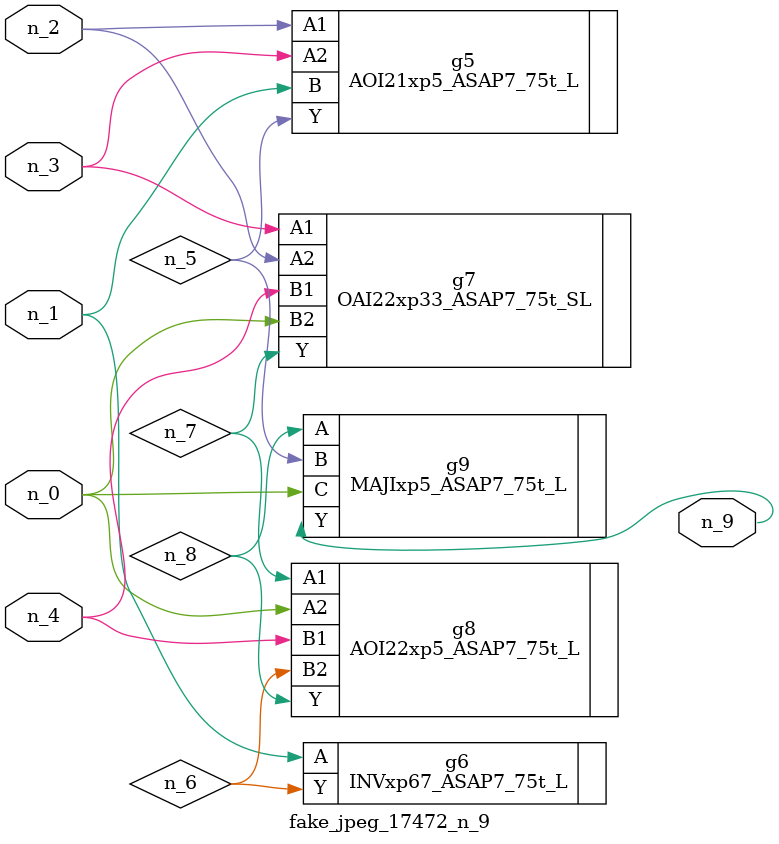
<source format=v>
module fake_jpeg_17472_n_9 (n_3, n_2, n_1, n_0, n_4, n_9);

input n_3;
input n_2;
input n_1;
input n_0;
input n_4;

output n_9;

wire n_8;
wire n_6;
wire n_5;
wire n_7;

AOI21xp5_ASAP7_75t_L g5 ( 
.A1(n_2),
.A2(n_3),
.B(n_1),
.Y(n_5)
);

INVxp67_ASAP7_75t_L g6 ( 
.A(n_1),
.Y(n_6)
);

OAI22xp33_ASAP7_75t_SL g7 ( 
.A1(n_3),
.A2(n_2),
.B1(n_4),
.B2(n_0),
.Y(n_7)
);

AOI22xp5_ASAP7_75t_L g8 ( 
.A1(n_7),
.A2(n_0),
.B1(n_4),
.B2(n_6),
.Y(n_8)
);

MAJIxp5_ASAP7_75t_L g9 ( 
.A(n_8),
.B(n_5),
.C(n_0),
.Y(n_9)
);


endmodule
</source>
